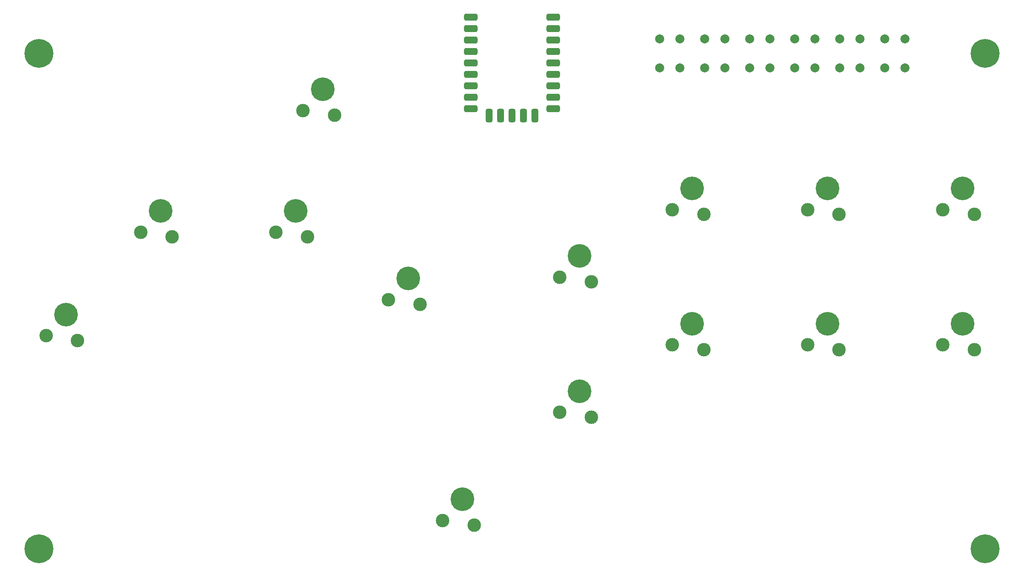
<source format=gts>
G04 #@! TF.GenerationSoftware,KiCad,Pcbnew,8.0.4-8.0.4-0~ubuntu22.04.1*
G04 #@! TF.CreationDate,2024-07-29T20:53:54+08:00*
G04 #@! TF.ProjectId,halalsnackbox,68616c61-6c73-46e6-9163-6b626f782e6b,rev?*
G04 #@! TF.SameCoordinates,Original*
G04 #@! TF.FileFunction,Soldermask,Top*
G04 #@! TF.FilePolarity,Negative*
%FSLAX46Y46*%
G04 Gerber Fmt 4.6, Leading zero omitted, Abs format (unit mm)*
G04 Created by KiCad (PCBNEW 8.0.4-8.0.4-0~ubuntu22.04.1) date 2024-07-29 20:53:54*
%MOMM*%
%LPD*%
G01*
G04 APERTURE LIST*
G04 Aperture macros list*
%AMRoundRect*
0 Rectangle with rounded corners*
0 $1 Rounding radius*
0 $2 $3 $4 $5 $6 $7 $8 $9 X,Y pos of 4 corners*
0 Add a 4 corners polygon primitive as box body*
4,1,4,$2,$3,$4,$5,$6,$7,$8,$9,$2,$3,0*
0 Add four circle primitives for the rounded corners*
1,1,$1+$1,$2,$3*
1,1,$1+$1,$4,$5*
1,1,$1+$1,$6,$7*
1,1,$1+$1,$8,$9*
0 Add four rect primitives between the rounded corners*
20,1,$1+$1,$2,$3,$4,$5,0*
20,1,$1+$1,$4,$5,$6,$7,0*
20,1,$1+$1,$6,$7,$8,$9,0*
20,1,$1+$1,$8,$9,$2,$3,0*%
G04 Aperture macros list end*
%ADD10RoundRect,0.381000X1.119000X0.381000X-1.119000X0.381000X-1.119000X-0.381000X1.119000X-0.381000X0*%
%ADD11RoundRect,0.381000X-0.381000X1.119000X-0.381000X-1.119000X0.381000X-1.119000X0.381000X1.119000X0*%
%ADD12RoundRect,0.381000X0.381000X-1.119000X0.381000X1.119000X-0.381000X1.119000X-0.381000X-1.119000X0*%
%ADD13C,2.000000*%
%ADD14C,6.400000*%
%ADD15C,3.000000*%
%ADD16C,5.250000*%
G04 APERTURE END LIST*
D10*
X124160000Y-1920000D03*
X124160000Y-4460000D03*
X124160000Y-7000000D03*
X124160000Y-9540000D03*
X124160000Y-12080000D03*
X124160000Y-14620000D03*
X124160000Y-17160000D03*
X124160000Y-19700000D03*
X124160000Y-22240000D03*
D11*
X120080000Y-23780000D03*
X117540000Y-23780000D03*
X115000000Y-23780000D03*
X112460000Y-23780000D03*
D12*
X109920000Y-23780000D03*
D10*
X105840000Y-22240000D03*
X105840000Y-19700000D03*
X105840000Y-17160000D03*
X105840000Y-14620000D03*
X105840000Y-12080000D03*
X105840000Y-9540000D03*
X105840000Y-7000000D03*
X105840000Y-1920000D03*
X105840000Y-4460000D03*
D13*
X157750000Y-13250000D03*
X157750000Y-6750000D03*
X162250000Y-13250000D03*
X162250000Y-6750000D03*
X197750000Y-13250000D03*
X197750000Y-6750000D03*
X202250000Y-13250000D03*
X202250000Y-6750000D03*
D14*
X10000000Y-120000000D03*
D13*
X177750000Y-13250000D03*
X177750000Y-6750000D03*
X182250000Y-13250000D03*
X182250000Y-6750000D03*
D14*
X220000000Y-10000000D03*
X220000000Y-120000000D03*
D13*
X167750000Y-13250000D03*
X167750000Y-6750000D03*
X172250000Y-13250000D03*
X172250000Y-6750000D03*
D14*
X10000000Y-10000000D03*
D15*
X11600000Y-72700000D03*
D16*
X16000000Y-68000000D03*
D15*
X18600000Y-73750000D03*
X150600000Y-44700000D03*
D16*
X155000000Y-40000000D03*
D15*
X157600000Y-45750000D03*
X87600000Y-64700000D03*
D16*
X92000000Y-60000000D03*
D15*
X94600000Y-65750000D03*
X125600000Y-89700000D03*
D16*
X130000000Y-85000000D03*
D15*
X132600000Y-90750000D03*
X32600000Y-49700000D03*
D16*
X37000000Y-45000000D03*
D15*
X39600000Y-50750000D03*
X68600000Y-22700000D03*
D16*
X73000000Y-18000000D03*
D15*
X75600000Y-23750000D03*
X180600000Y-74700000D03*
D16*
X185000000Y-70000000D03*
D15*
X187600000Y-75750000D03*
X125600000Y-59700000D03*
D16*
X130000000Y-55000000D03*
D15*
X132600000Y-60750000D03*
D13*
X147750000Y-13250000D03*
X147750000Y-6750000D03*
X152250000Y-13250000D03*
X152250000Y-6750000D03*
D15*
X62600000Y-49700000D03*
D16*
X67000000Y-45000000D03*
D15*
X69600000Y-50750000D03*
X99600000Y-113700000D03*
D16*
X104000000Y-109000000D03*
D15*
X106600000Y-114750000D03*
D13*
X187750000Y-13250000D03*
X187750000Y-6750000D03*
X192250000Y-13250000D03*
X192250000Y-6750000D03*
D15*
X210600000Y-74700000D03*
D16*
X215000000Y-70000000D03*
D15*
X217600000Y-75750000D03*
X150600000Y-74700000D03*
D16*
X155000000Y-70000000D03*
D15*
X157600000Y-75750000D03*
X180600000Y-44700000D03*
D16*
X185000000Y-40000000D03*
D15*
X187600000Y-45750000D03*
X210600000Y-44700000D03*
D16*
X215000000Y-40000000D03*
D15*
X217600000Y-45750000D03*
M02*

</source>
